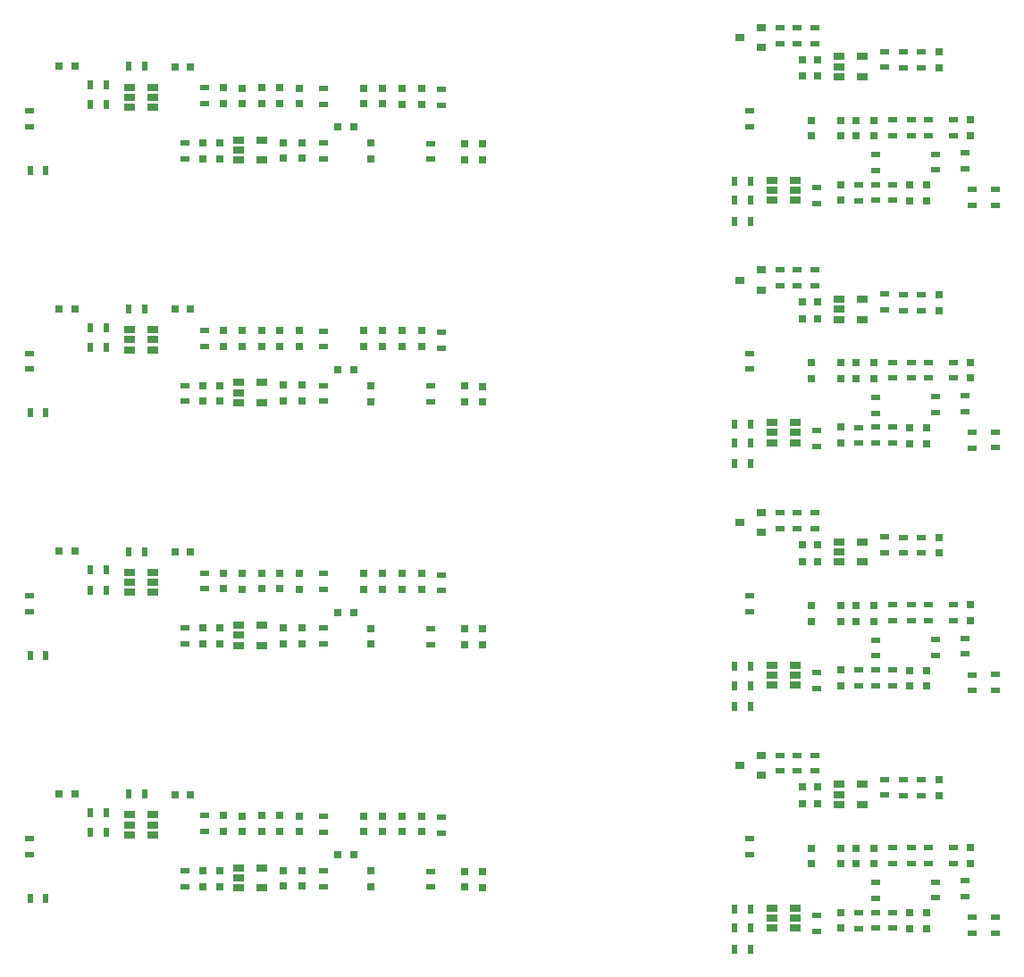
<source format=gbp>
%MOIN*%
%OFA0B0*%
%FSLAX46Y46*%
%IPPOS*%
%LPD*%
%ADD10C,0.0039370078740157488*%
%ADD11R,0.035433070866141732X0.01968503937007874*%
%ADD12R,0.029527559055118113X0.031496062992125991*%
%ADD13R,0.041732283464566935X0.025590551181102365*%
%ADD14R,0.01968503937007874X0.035433070866141732*%
%ADD15R,0.035433070866141732X0.031496062992125991*%
%ADD16R,0.031496062992125991X0.029527559055118113*%
%ADD27C,0.0039370078740157488*%
%ADD28R,0.035433070866141732X0.01968503937007874*%
%ADD29R,0.029527559055118113X0.031496062992125991*%
%ADD30R,0.041732283464566935X0.025590551181102365*%
%ADD31R,0.01968503937007874X0.035433070866141732*%
%ADD32R,0.035433070866141732X0.031496062992125991*%
%ADD33R,0.031496062992125991X0.029527559055118113*%
%ADD34C,0.0039370078740157488*%
%ADD35R,0.035433070866141732X0.01968503937007874*%
%ADD36R,0.029527559055118113X0.031496062992125991*%
%ADD37R,0.041732283464566935X0.025590551181102365*%
%ADD38R,0.01968503937007874X0.035433070866141732*%
%ADD39R,0.035433070866141732X0.031496062992125991*%
%ADD40R,0.031496062992125991X0.029527559055118113*%
%ADD41C,0.0039370078740157488*%
%ADD42R,0.035433070866141732X0.01968503937007874*%
%ADD43R,0.029527559055118113X0.031496062992125991*%
%ADD44R,0.041732283464566935X0.025590551181102365*%
%ADD45R,0.01968503937007874X0.035433070866141732*%
%ADD46R,0.035433070866141732X0.031496062992125991*%
%ADD47R,0.031496062992125991X0.029527559055118113*%
%ADD48C,0.0039370078740157488*%
%ADD49R,0.01968503937007874X0.035433070866141732*%
%ADD50R,0.031496062992125991X0.029527559055118113*%
%ADD51R,0.029527559055118113X0.031496062992125991*%
%ADD52R,0.035433070866141732X0.01968503937007874*%
%ADD53R,0.041732283464566935X0.025590551181102365*%
%ADD54C,0.0039370078740157488*%
%ADD55R,0.01968503937007874X0.035433070866141732*%
%ADD56R,0.031496062992125991X0.029527559055118113*%
%ADD57R,0.029527559055118113X0.031496062992125991*%
%ADD58R,0.035433070866141732X0.01968503937007874*%
%ADD59R,0.041732283464566935X0.025590551181102365*%
%ADD60C,0.0039370078740157488*%
%ADD61R,0.01968503937007874X0.035433070866141732*%
%ADD62R,0.031496062992125991X0.029527559055118113*%
%ADD63R,0.029527559055118113X0.031496062992125991*%
%ADD64R,0.035433070866141732X0.01968503937007874*%
%ADD65R,0.041732283464566935X0.025590551181102365*%
%ADD66C,0.0039370078740157488*%
%ADD67R,0.01968503937007874X0.035433070866141732*%
%ADD68R,0.031496062992125991X0.029527559055118113*%
%ADD69R,0.029527559055118113X0.031496062992125991*%
%ADD70R,0.035433070866141732X0.01968503937007874*%
%ADD71R,0.041732283464566935X0.025590551181102365*%
%ADD72C,0.0039370078740157488*%
%ADD73C,0.0039370078740157488*%
%ADD74C,0.0039370078740157488*%
%ADD75C,0.0039370078740157488*%
G01G01*
D10*
D11*
X0002677165Y0000905511D02*
X0003242716Y0000319291D03*
X0003242716Y0000260236D03*
X0003574803Y0000267322D03*
X0003574803Y0000326377D03*
X0003465354Y0000322047D03*
X0003465354Y0000262992D03*
X0003345275Y0000643700D03*
X0003345275Y0000702755D03*
X0003307937Y0000392125D03*
X0003307937Y0000451181D03*
D12*
X0003370866Y0000205905D03*
X0003370866Y0000146850D03*
X0003596937Y0000392125D03*
X0003596937Y0000451181D03*
X0003480314Y0000643700D03*
X0003480314Y0000702755D03*
X0003235937Y0000389787D03*
X0003235937Y0000448842D03*
D11*
X0003022440Y0000137795D03*
X0003022440Y0000196850D03*
X0003688224Y0000191096D03*
X0003688224Y0000132041D03*
X0003603291Y0000130826D03*
X0003603291Y0000189881D03*
D13*
X0002857086Y0000150787D03*
X0002857086Y0000188188D03*
X0002857086Y0000225590D03*
X0002943700Y0000225590D03*
X0002943700Y0000150787D03*
X0002943700Y0000188188D03*
D11*
X0003412992Y0000702755D03*
X0003412992Y0000643700D03*
X0003375937Y0000451181D03*
X0003375937Y0000392125D03*
X0003440937Y0000392125D03*
X0003440937Y0000451181D03*
X0003532677Y0000451181D03*
X0003532677Y0000392125D03*
X0003017173Y0000794748D03*
X0003017173Y0000735692D03*
X0003274803Y0000705511D03*
X0003274803Y0000646456D03*
X0002885173Y0000735692D03*
X0002885173Y0000794748D03*
X0002951173Y0000794748D03*
X0002951173Y0000735692D03*
X0002774417Y0000484251D03*
X0002774417Y0000425196D03*
D14*
X0002775590Y0000071850D03*
X0002716535Y0000071850D03*
X0002775590Y0000220472D03*
X0002716535Y0000220472D03*
X0002775590Y0000149606D03*
X0002716535Y0000149606D03*
D11*
X0003242716Y0000208251D03*
X0003242716Y0000149196D03*
X0003305716Y0000208251D03*
X0003305716Y0000149196D03*
X0003180716Y0000207251D03*
X0003180716Y0000148196D03*
D15*
X0002814960Y0000795275D03*
X0002814960Y0000720472D03*
X0002736220Y0000757874D03*
D12*
X0003168897Y0000389370D03*
X0003168897Y0000448425D03*
D16*
X0003027267Y0000675685D03*
X0002968212Y0000675685D03*
D12*
X0003114566Y0000448818D03*
X0003114566Y0000389763D03*
X0003001968Y0000389370D03*
X0003001968Y0000448425D03*
X0003114716Y0000149196D03*
X0003114716Y0000208251D03*
X0003434645Y0000205905D03*
X0003434645Y0000146850D03*
D16*
X0003027267Y0000612685D03*
X0002968212Y0000612685D03*
D13*
X0003105511Y0000611023D03*
X0003105511Y0000648425D03*
X0003105511Y0000685826D03*
X0003192125Y0000685826D03*
X0003192125Y0000611023D03*
G04 next file*
G04 Gerber Fmt 4.6, Leading zero omitted, Abs format (unit mm)*
G04 Created by KiCad (PCBNEW 4.0.7) date 11/22/17 20:23:04*
G01G01*
G04 APERTURE LIST*
G04 APERTURE END LIST*
D27*
D28*
X0002677165Y0001811023D02*
X0003242716Y0001224803D03*
X0003242716Y0001165748D03*
X0003574803Y0001172834D03*
X0003574803Y0001231889D03*
X0003465354Y0001227559D03*
X0003465354Y0001168503D03*
X0003345275Y0001549212D03*
X0003345275Y0001608267D03*
X0003307937Y0001297637D03*
X0003307937Y0001356692D03*
D29*
X0003370866Y0001111417D03*
X0003370866Y0001052362D03*
X0003596937Y0001297637D03*
X0003596937Y0001356692D03*
X0003480314Y0001549212D03*
X0003480314Y0001608267D03*
X0003235937Y0001295299D03*
X0003235937Y0001354354D03*
D28*
X0003022440Y0001043307D03*
X0003022440Y0001102362D03*
X0003688224Y0001096608D03*
X0003688224Y0001037553D03*
X0003603291Y0001036338D03*
X0003603291Y0001095393D03*
D30*
X0002857086Y0001056299D03*
X0002857086Y0001093700D03*
X0002857086Y0001131102D03*
X0002943700Y0001131102D03*
X0002943700Y0001056299D03*
X0002943700Y0001093700D03*
D28*
X0003412992Y0001608267D03*
X0003412992Y0001549212D03*
X0003375937Y0001356692D03*
X0003375937Y0001297637D03*
X0003440937Y0001297637D03*
X0003440937Y0001356692D03*
X0003532677Y0001356692D03*
X0003532677Y0001297637D03*
X0003017173Y0001700259D03*
X0003017173Y0001641204D03*
X0003274803Y0001611023D03*
X0003274803Y0001551968D03*
X0002885173Y0001641204D03*
X0002885173Y0001700259D03*
X0002951173Y0001700259D03*
X0002951173Y0001641204D03*
X0002774417Y0001389763D03*
X0002774417Y0001330708D03*
D31*
X0002775590Y0000977362D03*
X0002716535Y0000977362D03*
X0002775590Y0001125984D03*
X0002716535Y0001125984D03*
X0002775590Y0001055118D03*
X0002716535Y0001055118D03*
D28*
X0003242716Y0001113763D03*
X0003242716Y0001054708D03*
X0003305716Y0001113763D03*
X0003305716Y0001054708D03*
X0003180716Y0001112763D03*
X0003180716Y0001053708D03*
D32*
X0002814960Y0001700787D03*
X0002814960Y0001625984D03*
X0002736220Y0001663385D03*
D29*
X0003168897Y0001294881D03*
X0003168897Y0001353937D03*
D33*
X0003027267Y0001581196D03*
X0002968212Y0001581196D03*
D29*
X0003114566Y0001354330D03*
X0003114566Y0001295275D03*
X0003001968Y0001294881D03*
X0003001968Y0001353937D03*
X0003114716Y0001054708D03*
X0003114716Y0001113763D03*
X0003434645Y0001111417D03*
X0003434645Y0001052362D03*
D33*
X0003027267Y0001518196D03*
X0002968212Y0001518196D03*
D30*
X0003105511Y0001516535D03*
X0003105511Y0001553937D03*
X0003105511Y0001591338D03*
X0003192125Y0001591338D03*
X0003192125Y0001516535D03*
G04 next file*
G04 Gerber Fmt 4.6, Leading zero omitted, Abs format (unit mm)*
G04 Created by KiCad (PCBNEW 4.0.7) date 11/22/17 20:23:04*
G01G01*
G04 APERTURE LIST*
G04 APERTURE END LIST*
D34*
D35*
X0002677165Y0002716535D02*
X0003242716Y0002130314D03*
X0003242716Y0002071259D03*
X0003574803Y0002078346D03*
X0003574803Y0002137401D03*
X0003465354Y0002133070D03*
X0003465354Y0002074015D03*
X0003345275Y0002454724D03*
X0003345275Y0002513779D03*
X0003307937Y0002203149D03*
X0003307937Y0002262204D03*
D36*
X0003370866Y0002016929D03*
X0003370866Y0001957874D03*
X0003596937Y0002203149D03*
X0003596937Y0002262204D03*
X0003480314Y0002454724D03*
X0003480314Y0002513779D03*
X0003235937Y0002200811D03*
X0003235937Y0002259866D03*
D35*
X0003022440Y0001948818D03*
X0003022440Y0002007874D03*
X0003688224Y0002002120D03*
X0003688224Y0001943064D03*
X0003603291Y0001941850D03*
X0003603291Y0002000905D03*
D37*
X0002857086Y0001961811D03*
X0002857086Y0001999212D03*
X0002857086Y0002036614D03*
X0002943700Y0002036614D03*
X0002943700Y0001961811D03*
X0002943700Y0001999212D03*
D35*
X0003412992Y0002513779D03*
X0003412992Y0002454724D03*
X0003375937Y0002262204D03*
X0003375937Y0002203149D03*
X0003440937Y0002203149D03*
X0003440937Y0002262204D03*
X0003532677Y0002262204D03*
X0003532677Y0002203149D03*
X0003017173Y0002605771D03*
X0003017173Y0002546716D03*
X0003274803Y0002516535D03*
X0003274803Y0002457480D03*
X0002885173Y0002546716D03*
X0002885173Y0002605771D03*
X0002951173Y0002605771D03*
X0002951173Y0002546716D03*
X0002774417Y0002295275D03*
X0002774417Y0002236220D03*
D38*
X0002775590Y0001882874D03*
X0002716535Y0001882874D03*
X0002775590Y0002031496D03*
X0002716535Y0002031496D03*
X0002775590Y0001960629D03*
X0002716535Y0001960629D03*
D35*
X0003242716Y0002019275D03*
X0003242716Y0001960220D03*
X0003305716Y0002019275D03*
X0003305716Y0001960220D03*
X0003180716Y0002018275D03*
X0003180716Y0001959220D03*
D39*
X0002814960Y0002606299D03*
X0002814960Y0002531496D03*
X0002736220Y0002568897D03*
D36*
X0003168897Y0002200393D03*
X0003168897Y0002259448D03*
D40*
X0003027267Y0002486708D03*
X0002968212Y0002486708D03*
D36*
X0003114566Y0002259842D03*
X0003114566Y0002200787D03*
X0003001968Y0002200393D03*
X0003001968Y0002259448D03*
X0003114716Y0001960220D03*
X0003114716Y0002019275D03*
X0003434645Y0002016929D03*
X0003434645Y0001957874D03*
D40*
X0003027267Y0002423708D03*
X0002968212Y0002423708D03*
D37*
X0003105511Y0002422047D03*
X0003105511Y0002459448D03*
X0003105511Y0002496850D03*
X0003192125Y0002496850D03*
X0003192125Y0002422047D03*
G04 next file*
G04 Gerber Fmt 4.6, Leading zero omitted, Abs format (unit mm)*
G04 Created by KiCad (PCBNEW 4.0.7) date 11/22/17 20:23:04*
G01G01*
G04 APERTURE LIST*
G04 APERTURE END LIST*
D41*
D42*
X0002677165Y0003622047D02*
X0003242716Y0003035826D03*
X0003242716Y0002976771D03*
X0003574803Y0002983858D03*
X0003574803Y0003042913D03*
X0003465354Y0003038582D03*
X0003465354Y0002979527D03*
X0003345275Y0003360236D03*
X0003345275Y0003419291D03*
X0003307937Y0003108661D03*
X0003307937Y0003167716D03*
D43*
X0003370866Y0002922440D03*
X0003370866Y0002863385D03*
X0003596937Y0003108661D03*
X0003596937Y0003167716D03*
X0003480314Y0003360236D03*
X0003480314Y0003419291D03*
X0003235937Y0003106322D03*
X0003235937Y0003165377D03*
D42*
X0003022440Y0002854330D03*
X0003022440Y0002913385D03*
X0003688224Y0002907631D03*
X0003688224Y0002848576D03*
X0003603291Y0002847362D03*
X0003603291Y0002906417D03*
D44*
X0002857086Y0002867322D03*
X0002857086Y0002904724D03*
X0002857086Y0002942125D03*
X0002943700Y0002942125D03*
X0002943700Y0002867322D03*
X0002943700Y0002904724D03*
D42*
X0003412992Y0003419291D03*
X0003412992Y0003360236D03*
X0003375937Y0003167716D03*
X0003375937Y0003108661D03*
X0003440937Y0003108661D03*
X0003440937Y0003167716D03*
X0003532677Y0003167716D03*
X0003532677Y0003108661D03*
X0003017173Y0003511283D03*
X0003017173Y0003452228D03*
X0003274803Y0003422047D03*
X0003274803Y0003362992D03*
X0002885173Y0003452228D03*
X0002885173Y0003511283D03*
X0002951173Y0003511283D03*
X0002951173Y0003452228D03*
X0002774417Y0003200787D03*
X0002774417Y0003141732D03*
D45*
X0002775590Y0002788385D03*
X0002716535Y0002788385D03*
X0002775590Y0002937007D03*
X0002716535Y0002937007D03*
X0002775590Y0002866141D03*
X0002716535Y0002866141D03*
D42*
X0003242716Y0002924787D03*
X0003242716Y0002865732D03*
X0003305716Y0002924787D03*
X0003305716Y0002865732D03*
X0003180716Y0002923787D03*
X0003180716Y0002864732D03*
D46*
X0002814960Y0003511811D03*
X0002814960Y0003437007D03*
X0002736220Y0003474409D03*
D43*
X0003168897Y0003105905D03*
X0003168897Y0003164960D03*
D47*
X0003027267Y0003392220D03*
X0002968212Y0003392220D03*
D43*
X0003114566Y0003165354D03*
X0003114566Y0003106299D03*
X0003001968Y0003105905D03*
X0003001968Y0003164960D03*
X0003114716Y0002865732D03*
X0003114716Y0002924787D03*
X0003434645Y0002922440D03*
X0003434645Y0002863385D03*
D47*
X0003027267Y0003329220D03*
X0002968212Y0003329220D03*
D44*
X0003105511Y0003327559D03*
X0003105511Y0003364960D03*
X0003105511Y0003402362D03*
X0003192125Y0003402362D03*
X0003192125Y0003327559D03*
G04 next file*
G04 Gerber Fmt 4.6, Leading zero omitted, Abs format (unit mm)*
G04 Created by KiCad (PCBNEW 4.0.7) date 11/22/17 20:15:40*
G01G01*
G04 APERTURE LIST*
G04 APERTURE END LIST*
D48*
D49*
X0000000000Y0001811023D02*
X0000088267Y0001166850D03*
X0000147322Y0001166850D03*
D50*
X0001236299Y0001328267D03*
X0001295354Y0001328267D03*
D51*
X0001359921Y0001268031D03*
X0001359921Y0001208976D03*
X0001775669Y0001207007D03*
X0001775669Y0001266062D03*
D50*
X0000255196Y0001556220D03*
X0000196141Y0001556220D03*
X0000628425Y0001553858D03*
X0000687480Y0001553858D03*
D52*
X0000665826Y0001269606D03*
X0000665826Y0001210551D03*
D51*
X0000731968Y0001210944D03*
X0000731968Y0001269999D03*
X0000796535Y0001269606D03*
X0000796535Y0001210551D03*
D53*
X0000866220Y0001205433D03*
X0000866220Y0001242834D03*
X0000866220Y0001280236D03*
X0000952834Y0001280236D03*
X0000952834Y0001205433D03*
D51*
X0001034724Y0001270787D03*
X0001034724Y0001211732D03*
X0001103228Y0001270393D03*
X0001103228Y0001211338D03*
D52*
X0001181574Y0001269606D03*
X0001181574Y0001210551D03*
X0001582362Y0001267244D03*
X0001582362Y0001208188D03*
D51*
X0001710708Y0001207795D03*
X0001710708Y0001266850D03*
D52*
X0001623622Y0001468503D03*
X0001623622Y0001409448D03*
D51*
X0001476456Y0001414488D03*
X0001476456Y0001473543D03*
X0001401653Y0001474330D03*
X0001401653Y0001415275D03*
X0001333543Y0001474330D03*
X0001333543Y0001415275D03*
D52*
X0001184330Y0001413700D03*
X0001184330Y0001472755D03*
D51*
X0001093385Y0001415275D03*
X0001093385Y0001474330D03*
X0000810708Y0001415669D03*
X0000810708Y0001474724D03*
X0001019370Y0001415669D03*
X0001019370Y0001474724D03*
X0000878818Y0001414881D03*
X0000878818Y0001473937D03*
X0000952834Y0001416062D03*
X0000952834Y0001475118D03*
D52*
X0000739055Y0001475511D03*
X0000739055Y0001416456D03*
D49*
X0000516535Y0001554724D03*
X0000457480Y0001554724D03*
D53*
X0000546535Y0001477874D03*
X0000546535Y0001440472D03*
X0000546535Y0001403070D03*
X0000459921Y0001403070D03*
X0000459921Y0001477874D03*
X0000459921Y0001440472D03*
D49*
X0000372125Y0001411338D03*
X0000313070Y0001411338D03*
X0000372125Y0001486535D03*
X0000313070Y0001486535D03*
D52*
X0000085118Y0001390078D03*
X0000085118Y0001331023D03*
D51*
X0001549685Y0001414488D03*
X0001549685Y0001473543D03*
G04 next file*
G04 Gerber Fmt 4.6, Leading zero omitted, Abs format (unit mm)*
G04 Created by KiCad (PCBNEW 4.0.7) date 11/22/17 20:15:40*
G01G01*
G04 APERTURE LIST*
G04 APERTURE END LIST*
D54*
D55*
X0000000000Y0002716535D02*
X0000088267Y0002072362D03*
X0000147322Y0002072362D03*
D56*
X0001236299Y0002233779D03*
X0001295354Y0002233779D03*
D57*
X0001359921Y0002173543D03*
X0001359921Y0002114488D03*
X0001775669Y0002112519D03*
X0001775669Y0002171574D03*
D56*
X0000255196Y0002461732D03*
X0000196141Y0002461732D03*
X0000628425Y0002459370D03*
X0000687480Y0002459370D03*
D58*
X0000665826Y0002175118D03*
X0000665826Y0002116062D03*
D57*
X0000731968Y0002116456D03*
X0000731968Y0002175511D03*
X0000796535Y0002175118D03*
X0000796535Y0002116062D03*
D59*
X0000866220Y0002110944D03*
X0000866220Y0002148346D03*
X0000866220Y0002185748D03*
X0000952834Y0002185748D03*
X0000952834Y0002110944D03*
D57*
X0001034724Y0002176299D03*
X0001034724Y0002117244D03*
X0001103228Y0002175905D03*
X0001103228Y0002116850D03*
D58*
X0001181574Y0002175118D03*
X0001181574Y0002116062D03*
X0001582362Y0002172755D03*
X0001582362Y0002113700D03*
D57*
X0001710708Y0002113307D03*
X0001710708Y0002172362D03*
D58*
X0001623622Y0002374015D03*
X0001623622Y0002314960D03*
D57*
X0001476456Y0002320000D03*
X0001476456Y0002379055D03*
X0001401653Y0002379842D03*
X0001401653Y0002320787D03*
X0001333543Y0002379842D03*
X0001333543Y0002320787D03*
D58*
X0001184330Y0002319212D03*
X0001184330Y0002378267D03*
D57*
X0001093385Y0002320787D03*
X0001093385Y0002379842D03*
X0000810708Y0002321181D03*
X0000810708Y0002380236D03*
X0001019370Y0002321181D03*
X0001019370Y0002380236D03*
X0000878818Y0002320393D03*
X0000878818Y0002379448D03*
X0000952834Y0002321574D03*
X0000952834Y0002380629D03*
D58*
X0000739055Y0002381023D03*
X0000739055Y0002321968D03*
D55*
X0000516535Y0002460236D03*
X0000457480Y0002460236D03*
D59*
X0000546535Y0002383385D03*
X0000546535Y0002345984D03*
X0000546535Y0002308582D03*
X0000459921Y0002308582D03*
X0000459921Y0002383385D03*
X0000459921Y0002345984D03*
D55*
X0000372125Y0002316850D03*
X0000313070Y0002316850D03*
X0000372125Y0002392047D03*
X0000313070Y0002392047D03*
D58*
X0000085118Y0002295590D03*
X0000085118Y0002236535D03*
D57*
X0001549685Y0002320000D03*
X0001549685Y0002379055D03*
G04 next file*
G04 Gerber Fmt 4.6, Leading zero omitted, Abs format (unit mm)*
G04 Created by KiCad (PCBNEW 4.0.7) date 11/22/17 20:15:40*
G01G01*
G04 APERTURE LIST*
G04 APERTURE END LIST*
D60*
D61*
X0000000000Y0000905511D02*
X0000088267Y0000261338D03*
X0000147322Y0000261338D03*
D62*
X0001236299Y0000422755D03*
X0001295354Y0000422755D03*
D63*
X0001359921Y0000362519D03*
X0001359921Y0000303464D03*
X0001775669Y0000301496D03*
X0001775669Y0000360551D03*
D62*
X0000255196Y0000650708D03*
X0000196141Y0000650708D03*
X0000628425Y0000648346D03*
X0000687480Y0000648346D03*
D64*
X0000665826Y0000364094D03*
X0000665826Y0000305039D03*
D63*
X0000731968Y0000305433D03*
X0000731968Y0000364488D03*
X0000796535Y0000364094D03*
X0000796535Y0000305039D03*
D65*
X0000866220Y0000299921D03*
X0000866220Y0000337322D03*
X0000866220Y0000374724D03*
X0000952834Y0000374724D03*
X0000952834Y0000299921D03*
D63*
X0001034724Y0000365275D03*
X0001034724Y0000306220D03*
X0001103228Y0000364881D03*
X0001103228Y0000305826D03*
D64*
X0001181574Y0000364094D03*
X0001181574Y0000305039D03*
X0001582362Y0000361732D03*
X0001582362Y0000302677D03*
D63*
X0001710708Y0000302283D03*
X0001710708Y0000361338D03*
D64*
X0001623622Y0000562992D03*
X0001623622Y0000503937D03*
D63*
X0001476456Y0000508976D03*
X0001476456Y0000568031D03*
X0001401653Y0000568818D03*
X0001401653Y0000509763D03*
X0001333543Y0000568818D03*
X0001333543Y0000509763D03*
D64*
X0001184330Y0000508188D03*
X0001184330Y0000567244D03*
D63*
X0001093385Y0000509763D03*
X0001093385Y0000568818D03*
X0000810708Y0000510157D03*
X0000810708Y0000569212D03*
X0001019370Y0000510157D03*
X0001019370Y0000569212D03*
X0000878818Y0000509370D03*
X0000878818Y0000568425D03*
X0000952834Y0000510551D03*
X0000952834Y0000569606D03*
D64*
X0000739055Y0000570000D03*
X0000739055Y0000510944D03*
D61*
X0000516535Y0000649212D03*
X0000457480Y0000649212D03*
D65*
X0000546535Y0000572362D03*
X0000546535Y0000534960D03*
X0000546535Y0000497559D03*
X0000459921Y0000497559D03*
X0000459921Y0000572362D03*
X0000459921Y0000534960D03*
D61*
X0000372125Y0000505826D03*
X0000313070Y0000505826D03*
X0000372125Y0000581023D03*
X0000313070Y0000581023D03*
D64*
X0000085118Y0000484566D03*
X0000085118Y0000425511D03*
D63*
X0001549685Y0000508976D03*
X0001549685Y0000568031D03*
G04 next file*
G04 Gerber Fmt 4.6, Leading zero omitted, Abs format (unit mm)*
G04 Created by KiCad (PCBNEW 4.0.7) date 11/22/17 20:15:40*
G01G01*
G04 APERTURE LIST*
G04 APERTURE END LIST*
D66*
D67*
X0000000000Y0003622047D02*
X0000088267Y0002977874D03*
X0000147322Y0002977874D03*
D68*
X0001236299Y0003139291D03*
X0001295354Y0003139291D03*
D69*
X0001359921Y0003079055D03*
X0001359921Y0003020000D03*
X0001775669Y0003018031D03*
X0001775669Y0003077086D03*
D68*
X0000255196Y0003367244D03*
X0000196141Y0003367244D03*
X0000628425Y0003364881D03*
X0000687480Y0003364881D03*
D70*
X0000665826Y0003080629D03*
X0000665826Y0003021574D03*
D69*
X0000731968Y0003021968D03*
X0000731968Y0003081023D03*
X0000796535Y0003080629D03*
X0000796535Y0003021574D03*
D71*
X0000866220Y0003016456D03*
X0000866220Y0003053858D03*
X0000866220Y0003091259D03*
X0000952834Y0003091259D03*
X0000952834Y0003016456D03*
D69*
X0001034724Y0003081811D03*
X0001034724Y0003022755D03*
X0001103228Y0003081417D03*
X0001103228Y0003022362D03*
D70*
X0001181574Y0003080629D03*
X0001181574Y0003021574D03*
X0001582362Y0003078267D03*
X0001582362Y0003019212D03*
D69*
X0001710708Y0003018818D03*
X0001710708Y0003077874D03*
D70*
X0001623622Y0003279527D03*
X0001623622Y0003220472D03*
D69*
X0001476456Y0003225511D03*
X0001476456Y0003284566D03*
X0001401653Y0003285354D03*
X0001401653Y0003226299D03*
X0001333543Y0003285354D03*
X0001333543Y0003226299D03*
D70*
X0001184330Y0003224724D03*
X0001184330Y0003283779D03*
D69*
X0001093385Y0003226299D03*
X0001093385Y0003285354D03*
X0000810708Y0003226692D03*
X0000810708Y0003285748D03*
X0001019370Y0003226692D03*
X0001019370Y0003285748D03*
X0000878818Y0003225905D03*
X0000878818Y0003284960D03*
X0000952834Y0003227086D03*
X0000952834Y0003286141D03*
D70*
X0000739055Y0003286535D03*
X0000739055Y0003227480D03*
D67*
X0000516535Y0003365748D03*
X0000457480Y0003365748D03*
D71*
X0000546535Y0003288897D03*
X0000546535Y0003251496D03*
X0000546535Y0003214094D03*
X0000459921Y0003214094D03*
X0000459921Y0003288897D03*
X0000459921Y0003251496D03*
D67*
X0000372125Y0003222362D03*
X0000313070Y0003222362D03*
X0000372125Y0003297559D03*
X0000313070Y0003297559D03*
D70*
X0000085118Y0003201102D03*
X0000085118Y0003142047D03*
D69*
X0001549685Y0003225511D03*
X0001549685Y0003284566D03*
G04 next file*
G04 Gerber Fmt 4.6, Leading zero omitted, Abs format (unit mm)*
G04 Created by KiCad (PCBNEW 4.0.7) date 11/22/17 20:18:24*
G01G01*
G04 APERTURE LIST*
G04 APERTURE END LIST*
D72*
G04 next file*
G04 Gerber Fmt 4.6, Leading zero omitted, Abs format (unit mm)*
G04 Created by KiCad (PCBNEW 4.0.7) date 11/22/17 20:18:24*
G01G01*
G04 APERTURE LIST*
G04 APERTURE END LIST*
D73*
G04 next file*
G04 Gerber Fmt 4.6, Leading zero omitted, Abs format (unit mm)*
G04 Created by KiCad (PCBNEW 4.0.7) date 11/22/17 20:18:24*
G01G01*
G04 APERTURE LIST*
G04 APERTURE END LIST*
D74*
G04 next file*
G04 Gerber Fmt 4.6, Leading zero omitted, Abs format (unit mm)*
G04 Created by KiCad (PCBNEW 4.0.7) date 11/22/17 20:18:24*
G01G01*
G04 APERTURE LIST*
G04 APERTURE END LIST*
D75*
M02*
</source>
